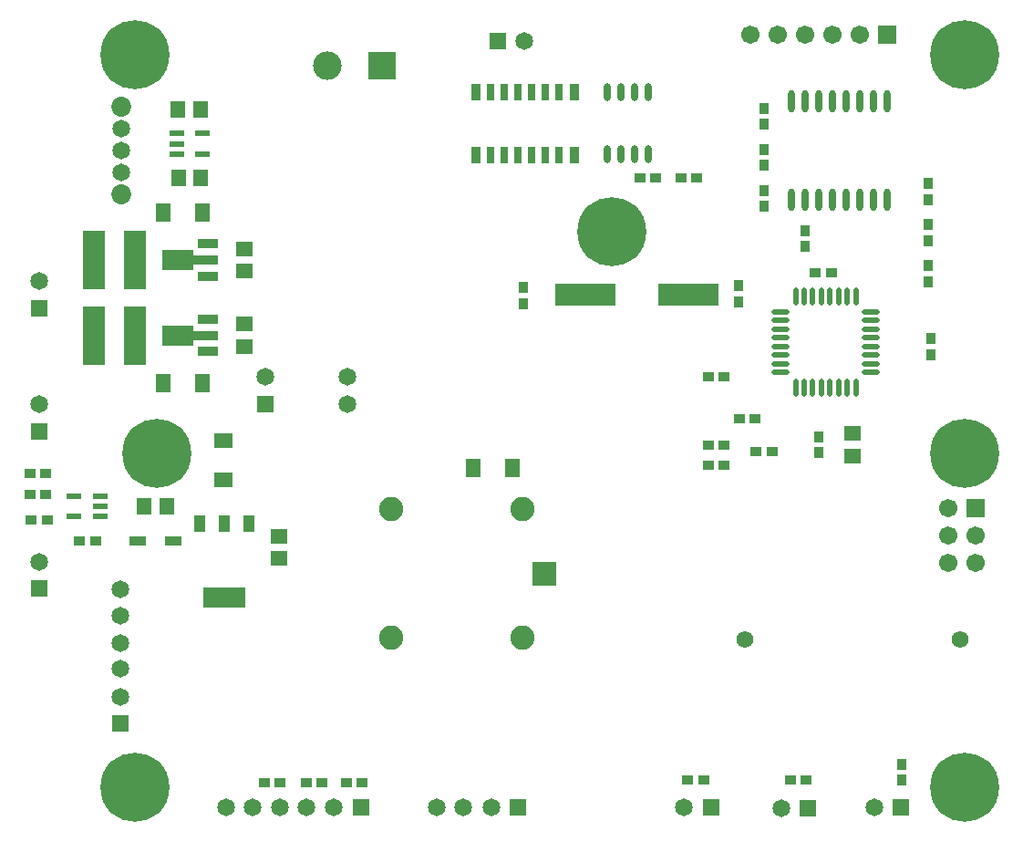
<source format=gts>
*
%LPD*%
%LNNAIAD-RELAY-MT*%
%FSLAX25Y25*%
%MOIN*%
%AD*%
%AD*%
%ADD41R,0.064959843X0.064959843*%
%ADD42C,0.064959843*%
%ADD47R,0.067X0.067*%
%ADD48C,0.067*%
%ADD53C,0.252*%
%ADD75C,0.062*%
%ADD77C,0.064990157*%
%ADD78C,0.072870079*%
%ADD107R,0.055120079X0.070870079*%
%ADD112O,0.023620079X0.066929921*%
%ADD118R,0.055120079X0.023620079*%
%ADD129R,0.059059843X0.035429921*%
%ADD140R,0.037X0.041*%
%ADD141R,0.041X0.037*%
%ADD142R,0.052X0.06*%
%ADD154R,0.219X0.082*%
%ADD171O,0.023620079X0.082679921*%
%ADD174R,0.06X0.052*%
%ADD190R,0.08465X0.216540157*%
%ADD195O,0.019690157X0.066929921*%
%ADD196O,0.066929921X0.019690157*%
%ADD212R,0.070870079X0.055120079*%
%ADD221R,0.072X0.036*%
%ADD222R,0.112X0.036*%
%ADD223R,0.112X0.072*%
%ADD224R,0.042X0.062*%
%ADD225R,0.152X0.072*%
%ADD226R,0.038X0.062*%
%ADD227R,0.028X0.062*%
%ADD229R,0.088579921X0.088579921*%
%ADD230C,0.088579921*%
%ADD231R,0.104329921X0.104329921*%
%ADD232C,0.104329921*%
G54D41*
%SRX1Y1I0.0J0.0*%
G1X32427Y108102D3*
G1X32427Y210602D3*
G1X114927Y175602D3*
G1X32427Y165602D3*
G1X62127Y58702D3*
G1X347427Y28102D3*
G1X199927Y308102D3*
G1X278027Y28102D3*
G1X207427Y28102D3*
G1X313427Y27802D3*
G1X149927Y28102D3*
G54D42*
G1X32427Y117945D3*
G1X32427Y220445D3*
G1X114927Y185602D3*
G1X144927Y185602D3*
G1X144927Y175602D3*
G1X32427Y175445D3*
G1X62127Y68545D3*
G1X62127Y78702D3*
G1X62127Y88230D3*
G1X62127Y98072D3*
G1X62127Y107915D3*
G1X337585Y28102D3*
G1X209770Y308102D3*
G1X268185Y28102D3*
G1X197585Y28102D3*
G1X187427Y28102D3*
G1X177900Y28102D3*
G1X303585Y27802D3*
G1X140085Y28102D3*
G1X129927Y28102D3*
G1X120400Y28102D3*
G1X110557Y28102D3*
G1X100715Y28102D3*
G54D47*
G1X342427Y310602D3*
G1X374827Y137402D3*
G54D48*
G1X332427Y310602D3*
G1X322427Y310602D3*
G1X312427Y310602D3*
G1X302427Y310602D3*
G1X292427Y310602D3*
G1X364827Y137402D3*
G1X374827Y127402D3*
G1X364827Y127402D3*
G1X374827Y117402D3*
G1X364827Y117402D3*
G54D53*
G1X67427Y303102D3*
G1X370577Y303102D3*
G1X67427Y35386D3*
G1X370577Y35386D3*
G1X241627Y238602D3*
G1X75301Y157433D3*
G1X370577Y157433D3*
G54D75*
G1X369045Y89402D3*
G1X290305Y89402D3*
G54D77*
G1X62427Y275976D3*
G1X62427Y268102D3*
G1X62427Y260228D3*
G54D78*
G1X62427Y251961D3*
G1X62427Y284244D3*
G54D107*
G1X92127Y183102D3*
G1X77727Y183102D3*
G1X92127Y245602D3*
G1X77727Y245602D3*
G1X205327Y152102D3*
G1X190927Y152102D3*
G54D112*
G1X239927Y266685D3*
G1X244927Y266685D3*
G1X249927Y266685D3*
G1X254927Y266685D3*
G1X254927Y289520D3*
G1X249927Y289520D3*
G1X244927Y289520D3*
G1X239927Y289520D3*
G54D118*
G1X54652Y134362D3*
G1X54652Y138102D3*
G1X54652Y141842D3*
G1X45203Y141842D3*
G1X45203Y134362D3*
G1X82703Y274342D3*
G1X82703Y270602D3*
G1X82703Y266862D3*
G1X92152Y266862D3*
G1X92152Y274342D3*
G54D129*
G1X68431Y125602D3*
G1X81423Y125602D3*
G54D140*
G1X297427Y247702D3*
G1X297427Y253502D3*
G1X347727Y38002D3*
G1X347727Y43802D3*
G1X357427Y226002D3*
G1X357427Y220202D3*
G1X297427Y277702D3*
G1X297427Y283502D3*
G1X297427Y262702D3*
G1X297427Y268502D3*
G1X357427Y256002D3*
G1X357427Y250202D3*
G1X357427Y241002D3*
G1X357427Y235202D3*
G1X288127Y218702D3*
G1X288127Y212902D3*
G1X317427Y157702D3*
G1X317427Y163502D3*
G1X209427Y218002D3*
G1X209427Y212202D3*
G1X358427Y193602D3*
G1X358427Y199402D3*
G1X312327Y238802D3*
G1X312327Y233002D3*
G54D141*
G1X29027Y142502D3*
G1X34827Y142502D3*
G1X282827Y160602D3*
G1X277027Y160602D3*
G1X277027Y153102D3*
G1X282827Y153102D3*
G1X275327Y38102D3*
G1X269527Y38102D3*
G1X29027Y150002D3*
G1X34827Y150002D3*
G1X257827Y258102D3*
G1X252027Y258102D3*
G1X35327Y133102D3*
G1X29527Y133102D3*
G1X312827Y38102D3*
G1X307027Y38102D3*
G1X300327Y158102D3*
G1X294527Y158102D3*
G1X53027Y125402D3*
G1X47227Y125402D3*
G1X277027Y185602D3*
G1X282827Y185602D3*
G1X129927Y37202D3*
G1X135727Y37202D3*
G1X316127Y223602D3*
G1X321927Y223602D3*
G1X144727Y37202D3*
G1X150527Y37202D3*
G1X114727Y37202D3*
G1X120527Y37202D3*
G1X294127Y170202D3*
G1X288327Y170202D3*
G1X272827Y258102D3*
G1X267027Y258102D3*
G54D142*
G1X70827Y138002D3*
G1X79027Y138002D3*
G1X83327Y258102D3*
G1X91527Y258102D3*
G1X91327Y283102D3*
G1X83127Y283102D3*
G54D154*
G1X232127Y215502D3*
G1X269727Y215502D3*
G54D171*
G1X307427Y249992D3*
G1X312427Y249992D3*
G1X317427Y249992D3*
G1X322427Y249992D3*
G1X327427Y249992D3*
G1X332427Y249992D3*
G1X337427Y249992D3*
G1X342427Y249992D3*
G1X342427Y286213D3*
G1X337427Y286213D3*
G1X332427Y286213D3*
G1X327427Y286213D3*
G1X322427Y286213D3*
G1X317427Y286213D3*
G1X312427Y286213D3*
G1X307427Y286213D3*
G54D174*
G1X119927Y127202D3*
G1X119927Y119002D3*
G1X107427Y204702D3*
G1X107427Y196502D3*
G1X107427Y232202D3*
G1X107427Y224002D3*
G1X329827Y156502D3*
G1X329827Y164702D3*
G54D190*
G1X67506Y200602D3*
G1X52348Y200602D3*
G1X67506Y228102D3*
G1X52348Y228102D3*
G54D195*
G1X330951Y214638D3*
G1X327801Y214638D3*
G1X324652Y214638D3*
G1X321502Y214638D3*
G1X318352Y214638D3*
G1X315203Y214638D3*
G1X312053Y214638D3*
G1X308904Y214638D3*
G1X308904Y181567D3*
G1X312053Y181567D3*
G1X315203Y181567D3*
G1X318352Y181567D3*
G1X321502Y181567D3*
G1X324652Y181567D3*
G1X327801Y181567D3*
G1X330951Y181567D3*
G54D196*
G1X303392Y209126D3*
G1X303392Y205976D3*
G1X303392Y202827D3*
G1X303392Y199677D3*
G1X303392Y196527D3*
G1X303392Y193378D3*
G1X303392Y190228D3*
G1X303392Y187079D3*
G1X336463Y187079D3*
G1X336463Y190228D3*
G1X336463Y193378D3*
G1X336463Y196527D3*
G1X336463Y199677D3*
G1X336463Y202827D3*
G1X336463Y205976D3*
G1X336463Y209126D3*
G54D212*
G1X99827Y162102D3*
G1X99827Y147702D3*
G54D221*
G1X93927Y194702D3*
G1X93927Y206502D3*
G1X93927Y222202D3*
G1X93927Y234002D3*
G54D222*
G1X91927Y200602D3*
G1X91927Y228102D3*
G54D223*
G1X82927Y200602D3*
G1X82927Y228102D3*
G54D224*
G1X108927Y131802D3*
G1X99927Y131802D3*
G1X90927Y131802D3*
G54D225*
G1X99927Y104802D3*
G54D226*
G1X191927Y266602D3*
G1X227927Y266602D3*
G1X227927Y289502D3*
G1X191927Y289502D3*
G54D227*
G1X197427Y266602D3*
G1X202427Y266602D3*
G1X207427Y266602D3*
G1X212427Y266602D3*
G1X217427Y266602D3*
G1X222427Y266602D3*
G1X222427Y289502D3*
G1X217427Y289502D3*
G1X212427Y289502D3*
G1X207427Y289502D3*
G1X202427Y289502D3*
G1X197427Y289502D3*
G54D229*
G1X216927Y113602D3*
G54D230*
G1X209053Y89980D3*
G1X161022Y89980D3*
G1X161022Y137224D3*
G1X209053Y137224D3*
G54D231*
G1X157627Y299102D3*
G54D232*
G1X137627Y299102D3*
M2*

</source>
